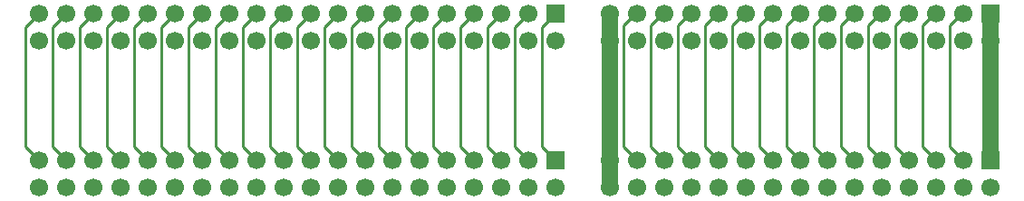
<source format=gbr>
G04 DipTrace 4.3.0.5*
G04 2 - Bottom.gbr*
%MOMM*%
G04 #@! TF.FileFunction,Copper,L2,Bot*
G04 #@! TF.Part,Single*
G04 #@! TA.AperFunction,Conductor*
%ADD10C,0.25*%
%ADD16C,1.5*%
G04 #@! TA.AperFunction,ComponentPad*
%ADD17R,1.7X1.7*%
%ADD18C,1.7*%
%FSLAX35Y35*%
G04*
G71*
G90*
G75*
G01*
G04 Bottom*
%LPD*%
X4445000Y254000D2*
D16*
Y1365250D1*
Y1619250D1*
X889000Y0D2*
Y254000D1*
Y1365250D1*
Y1619250D1*
X4191000Y254000D2*
D10*
X4064000Y381000D1*
Y1516253D1*
X4166997Y1619250D1*
X4191000D1*
X3937000Y254000D2*
X3810000Y381000D1*
Y1516253D1*
X3912997Y1619250D1*
X3937000D1*
X3683000Y254000D2*
X3556000Y381000D1*
Y1516253D1*
X3658997Y1619250D1*
X3683000D1*
X3429000Y254000D2*
X3302000Y381000D1*
Y1516253D1*
X3404997Y1619250D1*
X3429000D1*
X3175000Y254000D2*
X3048000Y381000D1*
Y1516253D1*
X3150997Y1619250D1*
X3175000D1*
X2921000Y254000D2*
X2794000Y381000D1*
Y1516253D1*
X2896997Y1619250D1*
X2921000D1*
X2667000Y254000D2*
X2540000Y381000D1*
Y1516253D1*
X2642997Y1619250D1*
X2667000D1*
X2413000Y254000D2*
X2286000Y381000D1*
Y1516253D1*
X2388997Y1619250D1*
X2413000D1*
X2159000Y254000D2*
X2032000Y381000D1*
Y1516253D1*
X2134997Y1619250D1*
X2159000D1*
X1905000Y254000D2*
X1778000Y381000D1*
Y1516253D1*
X1880997Y1619250D1*
X1905000D1*
X1651000Y254000D2*
X1524000Y381000D1*
Y1516253D1*
X1626997Y1619250D1*
X1651000D1*
X1397000Y254000D2*
X1270000Y381000D1*
Y1516253D1*
X1372997Y1619250D1*
X1397000D1*
X1143000Y254000D2*
X1016000Y381000D1*
Y1516253D1*
X1118997Y1619250D1*
X1143000D1*
X-2159000Y254000D2*
X-2286000Y381000D1*
Y1492250D1*
X-2159000Y1619250D1*
X381000Y254000D2*
X254000Y381000D1*
Y1492250D1*
X381000Y1619250D1*
X127000Y254000D2*
X0Y381000D1*
Y1492250D1*
X127000Y1619250D1*
X-127000Y254000D2*
X-254000Y381000D1*
Y1492250D1*
X-127000Y1619250D1*
X-381000Y254000D2*
X-508000Y381000D1*
Y1492250D1*
X-381000Y1619250D1*
X-635000Y254000D2*
X-762000Y381000D1*
Y1492250D1*
X-635000Y1619250D1*
X-889000Y254000D2*
X-1016000Y381000D1*
Y1492250D1*
X-889000Y1619250D1*
X-1143000Y254000D2*
X-1270000Y381000D1*
Y1492250D1*
X-1143000Y1619250D1*
X-1397000Y254000D2*
X-1524000Y381000D1*
Y1492250D1*
X-1397000Y1619250D1*
X-1651000Y254000D2*
X-1778000Y381000D1*
Y1492250D1*
X-1651000Y1619250D1*
X-1905000Y254000D2*
X-2032000Y381000D1*
Y1492250D1*
X-1905000Y1619250D1*
X-2413000Y254000D2*
X-2540000Y381000D1*
Y1492250D1*
X-2413000Y1619250D1*
X-2667000Y254000D2*
X-2794000Y381000D1*
Y1492250D1*
X-2667000Y1619250D1*
X-2921000Y254000D2*
X-3048000Y381000D1*
Y1492250D1*
X-2921000Y1619250D1*
X-3175000Y254000D2*
X-3302000Y381000D1*
Y1492250D1*
X-3175000Y1619250D1*
X-3429000Y254000D2*
X-3556000Y381000D1*
Y1492250D1*
X-3429000Y1619250D1*
X-3683000Y254000D2*
X-3810000Y381000D1*
Y1492250D1*
X-3683000Y1619250D1*
X-3937000Y254000D2*
X-4064000Y381000D1*
Y1492250D1*
X-3937000Y1619250D1*
X-4191000Y254000D2*
X-4318000Y381000D1*
Y1492250D1*
X-4191000Y1619250D1*
X-4445000Y254000D2*
X-4572000Y381000D1*
Y1492250D1*
X-4445000Y1619250D1*
D17*
X4445000Y254000D3*
D18*
Y0D3*
X4191000Y254000D3*
Y0D3*
X3937000Y254000D3*
Y0D3*
X3683000Y254000D3*
Y0D3*
X3429000Y254000D3*
Y0D3*
X3175000Y254000D3*
Y0D3*
X2921000Y254000D3*
Y0D3*
X2667000Y254000D3*
Y0D3*
X2413000Y254000D3*
Y0D3*
X2159000Y254000D3*
Y0D3*
X1905000Y254000D3*
Y0D3*
X1651000Y254000D3*
Y0D3*
X1397000Y254000D3*
Y0D3*
X1143000Y254000D3*
Y0D3*
X889000Y254000D3*
Y0D3*
D17*
X381000Y254000D3*
D18*
Y0D3*
X127000Y254000D3*
Y0D3*
X-127000Y254000D3*
Y0D3*
X-381000Y254000D3*
Y0D3*
X-635000Y254000D3*
Y0D3*
X-889000Y254000D3*
Y0D3*
X-1143000Y254000D3*
Y0D3*
X-1397000Y254000D3*
Y0D3*
X-1651000Y254000D3*
Y0D3*
X-1905000Y254000D3*
Y0D3*
X-2159000Y254000D3*
Y0D3*
X-2413000Y254000D3*
Y0D3*
X-2667000Y254000D3*
Y0D3*
X-2921000Y254000D3*
Y0D3*
X-3175000Y254000D3*
Y0D3*
X-3429000Y254000D3*
Y0D3*
X-3683000Y254000D3*
Y0D3*
X-3937000Y254000D3*
Y0D3*
X-4191000Y254000D3*
Y0D3*
X-4445000Y254000D3*
Y0D3*
D17*
X4445000Y1619250D3*
D18*
Y1365250D3*
X4191000Y1619250D3*
Y1365250D3*
X3937000Y1619250D3*
Y1365250D3*
X3683000Y1619250D3*
Y1365250D3*
X3429000Y1619250D3*
Y1365250D3*
X3175000Y1619250D3*
Y1365250D3*
X2921000Y1619250D3*
Y1365250D3*
X2667000Y1619250D3*
Y1365250D3*
X2413000Y1619250D3*
Y1365250D3*
X2159000Y1619250D3*
Y1365250D3*
X1905000Y1619250D3*
Y1365250D3*
X1651000Y1619250D3*
Y1365250D3*
X1397000Y1619250D3*
Y1365250D3*
X1143000Y1619250D3*
Y1365250D3*
X889000Y1619250D3*
Y1365250D3*
D17*
X381000Y1619250D3*
D18*
Y1365250D3*
X127000Y1619250D3*
Y1365250D3*
X-127000Y1619250D3*
Y1365250D3*
X-381000Y1619250D3*
Y1365250D3*
X-635000Y1619250D3*
Y1365250D3*
X-889000Y1619250D3*
Y1365250D3*
X-1143000Y1619250D3*
Y1365250D3*
X-1397000Y1619250D3*
Y1365250D3*
X-1651000Y1619250D3*
Y1365250D3*
X-1905000Y1619250D3*
Y1365250D3*
X-2159000Y1619250D3*
Y1365250D3*
X-2413000Y1619250D3*
Y1365250D3*
X-2667000Y1619250D3*
Y1365250D3*
X-2921000Y1619250D3*
Y1365250D3*
X-3175000Y1619250D3*
Y1365250D3*
X-3429000Y1619250D3*
Y1365250D3*
X-3683000Y1619250D3*
Y1365250D3*
X-3937000Y1619250D3*
Y1365250D3*
X-4191000Y1619250D3*
Y1365250D3*
X-4445000Y1619250D3*
Y1365250D3*
M02*

</source>
